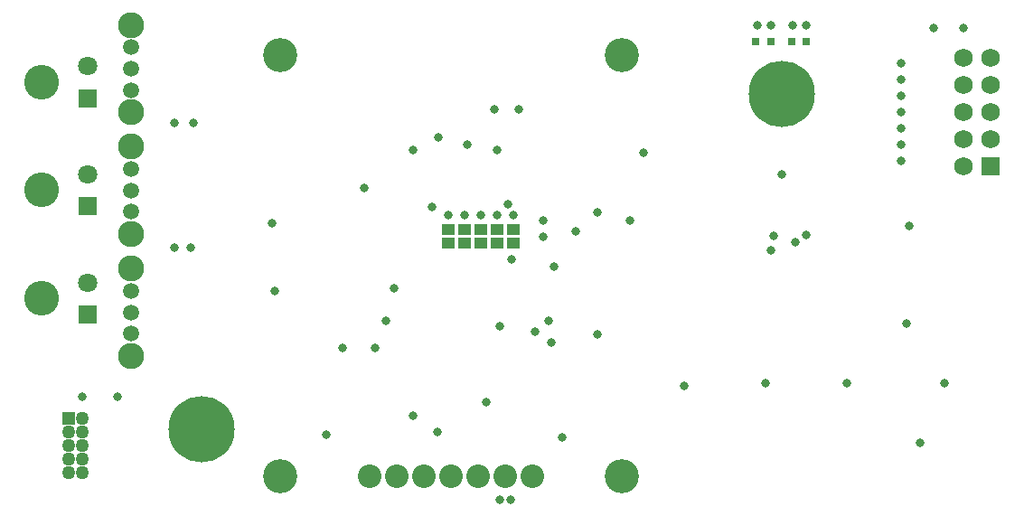
<source format=gbs>
G04*
G04 #@! TF.GenerationSoftware,Altium Limited,Altium Designer,21.9.1 (22)*
G04*
G04 Layer_Color=16711935*
%FSLAX25Y25*%
%MOIN*%
G70*
G04*
G04 #@! TF.SameCoordinates,DC2D0AE7-CD98-4BDC-8897-A2E9BC7E3A80*
G04*
G04*
G04 #@! TF.FilePolarity,Negative*
G04*
G01*
G75*
%ADD16R,0.02756X0.02756*%
%ADD30C,0.08674*%
%ADD31C,0.12611*%
%ADD32C,0.06902*%
%ADD33R,0.06902X0.06902*%
%ADD34C,0.05918*%
%ADD35C,0.09658*%
%ADD36C,0.12808*%
%ADD37C,0.07119*%
%ADD38R,0.07119X0.07119*%
%ADD39R,0.04973X0.04973*%
%ADD40C,0.04973*%
%ADD41C,0.24422*%
%ADD42C,0.03162*%
%ADD67R,0.04540X0.03950*%
D16*
X216756Y-63000D02*
D03*
X211244D02*
D03*
X230000D02*
D03*
X224488D02*
D03*
D30*
X89008Y-223315D02*
D03*
X79008D02*
D03*
X69008D02*
D03*
X99008D02*
D03*
X109008D02*
D03*
X119008D02*
D03*
X129008D02*
D03*
D31*
X162000Y-223512D02*
D03*
X36016D02*
D03*
Y-68000D02*
D03*
X162000D02*
D03*
D32*
X288000Y-69000D02*
D03*
Y-79000D02*
D03*
Y-89000D02*
D03*
Y-99000D02*
D03*
Y-109000D02*
D03*
X298000Y-69000D02*
D03*
Y-79000D02*
D03*
Y-89000D02*
D03*
Y-99000D02*
D03*
D33*
Y-109000D02*
D03*
D34*
X-19000Y-170874D02*
D03*
Y-163000D02*
D03*
Y-155126D02*
D03*
Y-125874D02*
D03*
Y-118000D02*
D03*
Y-110126D02*
D03*
Y-81000D02*
D03*
Y-73126D02*
D03*
Y-65252D02*
D03*
D35*
Y-179142D02*
D03*
Y-146858D02*
D03*
Y-134142D02*
D03*
Y-101858D02*
D03*
Y-89268D02*
D03*
Y-56984D02*
D03*
D36*
X-52008Y-78095D02*
D03*
Y-117905D02*
D03*
Y-157905D02*
D03*
D37*
X-35000Y-72189D02*
D03*
Y-112000D02*
D03*
Y-152000D02*
D03*
D38*
Y-84000D02*
D03*
Y-123811D02*
D03*
Y-163811D02*
D03*
D39*
X-42000Y-202000D02*
D03*
D40*
X-37000D02*
D03*
X-42000Y-207000D02*
D03*
X-37000D02*
D03*
X-42000Y-212000D02*
D03*
X-37000D02*
D03*
X-42000Y-217000D02*
D03*
X-37000D02*
D03*
X-42000Y-222000D02*
D03*
X-37000D02*
D03*
D41*
X221000Y-82500D02*
D03*
X7000Y-206000D02*
D03*
D42*
X117000Y-232000D02*
D03*
X121000D02*
D03*
X226000Y-137000D02*
D03*
X130000Y-170000D02*
D03*
X-37000Y-194000D02*
D03*
X3000Y-139000D02*
D03*
X4000Y-93000D02*
D03*
X115000Y-88000D02*
D03*
X165000Y-129000D02*
D03*
X137000Y-146000D02*
D03*
X67000Y-117000D02*
D03*
X136000Y-174000D02*
D03*
X71000Y-176000D02*
D03*
X268000Y-131000D02*
D03*
X277000Y-58000D02*
D03*
X272000Y-211000D02*
D03*
X-3000Y-93000D02*
D03*
Y-139000D02*
D03*
X-24000Y-194000D02*
D03*
X53000Y-208000D02*
D03*
X140000Y-209000D02*
D03*
X59000Y-176000D02*
D03*
X34000Y-155000D02*
D03*
X33000Y-130000D02*
D03*
X124000Y-88000D02*
D03*
X221000Y-112000D02*
D03*
X267000Y-167000D02*
D03*
X217000Y-140000D02*
D03*
X110000Y-127000D02*
D03*
X98000D02*
D03*
X116000D02*
D03*
X122000D02*
D03*
X104000D02*
D03*
X112000Y-196000D02*
D03*
X121136Y-143589D02*
D03*
X133000Y-135000D02*
D03*
X145000Y-133000D02*
D03*
X133000Y-129000D02*
D03*
X92000Y-124000D02*
D03*
X120000Y-123000D02*
D03*
X77905Y-153964D02*
D03*
X94402Y-98579D02*
D03*
X288000Y-58000D02*
D03*
X230000Y-57000D02*
D03*
X225000D02*
D03*
X212000D02*
D03*
X217000D02*
D03*
X135000Y-166000D02*
D03*
X153000Y-171000D02*
D03*
X170000Y-104000D02*
D03*
X117000Y-168000D02*
D03*
X105000Y-101000D02*
D03*
X217878Y-134878D02*
D03*
X229771Y-134405D02*
D03*
X281000Y-189000D02*
D03*
X245000D02*
D03*
X215000D02*
D03*
X75000Y-166000D02*
D03*
X116000Y-103000D02*
D03*
X85000D02*
D03*
X94000Y-207000D02*
D03*
X85000Y-201000D02*
D03*
X185000Y-190000D02*
D03*
X153000Y-126000D02*
D03*
X265000Y-95000D02*
D03*
Y-107000D02*
D03*
Y-101000D02*
D03*
Y-89000D02*
D03*
Y-77000D02*
D03*
Y-83000D02*
D03*
Y-71000D02*
D03*
D67*
X98000Y-137559D02*
D03*
Y-132441D02*
D03*
X104000Y-137559D02*
D03*
Y-132441D02*
D03*
X110000Y-137559D02*
D03*
Y-132441D02*
D03*
X116000Y-137559D02*
D03*
Y-132441D02*
D03*
X122000Y-137559D02*
D03*
Y-132441D02*
D03*
M02*

</source>
